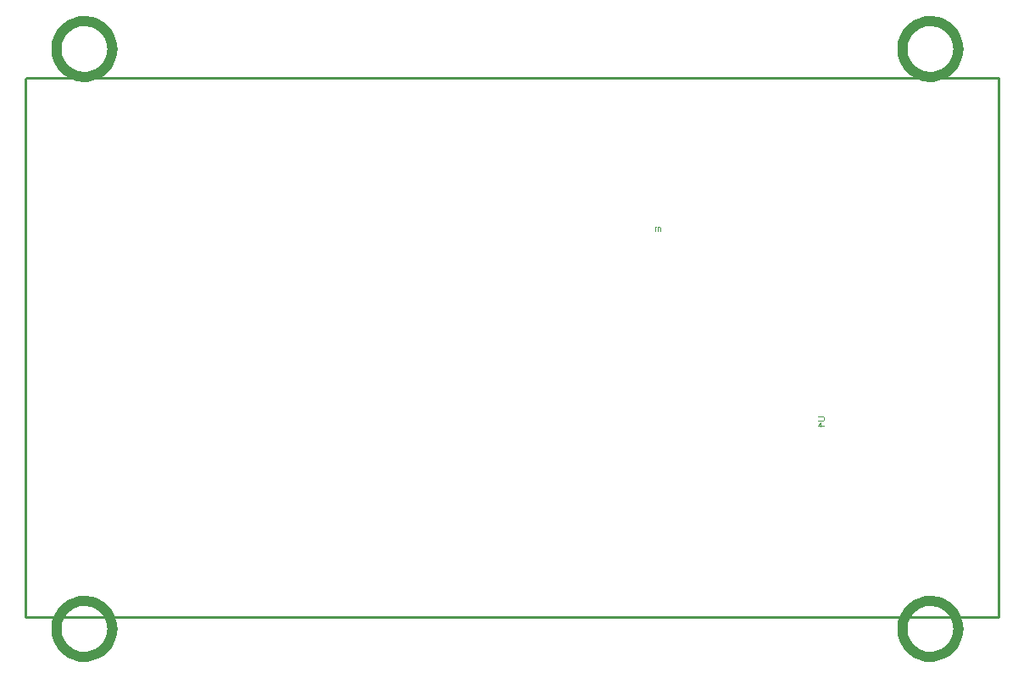
<source format=gm1>
G04*
G04 #@! TF.GenerationSoftware,Altium Limited,Altium Designer,20.2.6 (244)*
G04*
G04 Layer_Color=16711935*
%FSLAX25Y25*%
%MOIN*%
G70*
G04*
G04 #@! TF.SameCoordinates,4AA97A5E-EA8F-4A6E-9BBD-7CD435F3AC8D*
G04*
G04*
G04 #@! TF.FilePolarity,Positive*
G04*
G01*
G75*
%ADD13C,0.01000*%
%ADD15C,0.00394*%
%ADD118C,0.04000*%
%ADD119C,0.00236*%
D13*
X1012Y232760D02*
X383012D01*
Y20260D02*
Y232760D01*
X512Y20260D02*
X383012D01*
X512D02*
Y232260D01*
X1012Y232760D01*
D15*
X311958Y99400D02*
X313926D01*
X314320Y99006D01*
Y98219D01*
X313926Y97826D01*
X311958D01*
X314320Y95858D02*
X311958D01*
X313139Y97039D01*
Y95464D01*
D118*
X367299Y244094D02*
X367254Y245095D01*
X367117Y246087D01*
X366891Y247062D01*
X366578Y248013D01*
X366179Y248932D01*
X365698Y249810D01*
X365139Y250641D01*
X364507Y251418D01*
X363807Y252134D01*
X363045Y252783D01*
X362227Y253361D01*
X361360Y253861D01*
X360451Y254281D01*
X359507Y254616D01*
X358537Y254864D01*
X357549Y255023D01*
X356550Y255092D01*
X355549Y255069D01*
X354554Y254955D01*
X353573Y254751D01*
X352615Y254459D01*
X351688Y254081D01*
X350799Y253621D01*
X349956Y253081D01*
X349165Y252467D01*
X348433Y251784D01*
X347766Y251037D01*
X347170Y250232D01*
X346650Y249376D01*
X346210Y248477D01*
X345853Y247541D01*
X345583Y246577D01*
X345402Y245592D01*
X345311Y244595D01*
Y243594D01*
X345402Y242597D01*
X345583Y241612D01*
X345853Y240648D01*
X346210Y239712D01*
X346650Y238813D01*
X347170Y237957D01*
X347766Y237153D01*
X348433Y236405D01*
X349165Y235722D01*
X349956Y235108D01*
X350799Y234568D01*
X351688Y234107D01*
X352615Y233730D01*
X353573Y233438D01*
X354554Y233234D01*
X355549Y233120D01*
X356550Y233097D01*
X357549Y233166D01*
X358537Y233325D01*
X359507Y233573D01*
X360451Y233908D01*
X361360Y234328D01*
X362227Y234828D01*
X363045Y235406D01*
X363807Y236055D01*
X364507Y236771D01*
X365139Y237548D01*
X365698Y238379D01*
X366179Y239257D01*
X366578Y240176D01*
X366891Y241127D01*
X367117Y242102D01*
X367254Y243094D01*
X367299Y244094D01*
X34622Y15748D02*
X34576Y16748D01*
X34440Y17740D01*
X34214Y18716D01*
X33900Y19667D01*
X33501Y20585D01*
X33021Y21463D01*
X32462Y22294D01*
X31830Y23071D01*
X31130Y23787D01*
X30368Y24437D01*
X29550Y25014D01*
X28683Y25515D01*
X27774Y25934D01*
X26830Y26270D01*
X25860Y26518D01*
X24871Y26677D01*
X23872Y26745D01*
X22871Y26722D01*
X21877Y26609D01*
X20896Y26405D01*
X19938Y26113D01*
X19011Y25735D01*
X18122Y25274D01*
X17279Y24735D01*
X16488Y24121D01*
X15756Y23437D01*
X15089Y22690D01*
X14493Y21885D01*
X13973Y21030D01*
X13533Y20130D01*
X13176Y19195D01*
X12906Y18231D01*
X12724Y17246D01*
X12633Y16249D01*
Y15247D01*
X12724Y14250D01*
X12906Y13265D01*
X13176Y12301D01*
X13533Y11366D01*
X13973Y10466D01*
X14493Y9611D01*
X15089Y8806D01*
X15756Y8059D01*
X16488Y7375D01*
X17279Y6761D01*
X18122Y6222D01*
X19011Y5761D01*
X19938Y5383D01*
X20896Y5091D01*
X21877Y4887D01*
X22871Y4774D01*
X23872Y4751D01*
X24871Y4819D01*
X25860Y4978D01*
X26830Y5226D01*
X27774Y5562D01*
X28683Y5981D01*
X29550Y6482D01*
X30368Y7059D01*
X31130Y7709D01*
X31830Y8425D01*
X32462Y9202D01*
X33021Y10033D01*
X33501Y10911D01*
X33900Y11829D01*
X34214Y12780D01*
X34440Y13756D01*
X34576Y14748D01*
X34622Y15748D01*
X367299Y15748D02*
X367254Y16748D01*
X367117Y17740D01*
X366891Y18716D01*
X366578Y19667D01*
X366179Y20585D01*
X365698Y21463D01*
X365139Y22294D01*
X364507Y23071D01*
X363807Y23787D01*
X363045Y24437D01*
X362227Y25014D01*
X361360Y25515D01*
X360451Y25934D01*
X359507Y26270D01*
X358537Y26518D01*
X357549Y26677D01*
X356550Y26745D01*
X355549Y26722D01*
X354554Y26609D01*
X353573Y26405D01*
X352615Y26113D01*
X351688Y25735D01*
X350799Y25274D01*
X349956Y24735D01*
X349165Y24121D01*
X348433Y23437D01*
X347766Y22690D01*
X347170Y21885D01*
X346650Y21030D01*
X346210Y20130D01*
X345853Y19195D01*
X345583Y18231D01*
X345402Y17246D01*
X345311Y16249D01*
Y15247D01*
X345402Y14250D01*
X345583Y13265D01*
X345853Y12301D01*
X346210Y11366D01*
X346650Y10466D01*
X347170Y9611D01*
X347766Y8806D01*
X348433Y8059D01*
X349165Y7375D01*
X349956Y6761D01*
X350799Y6222D01*
X351688Y5761D01*
X352615Y5383D01*
X353573Y5091D01*
X354554Y4887D01*
X355549Y4774D01*
X356550Y4751D01*
X357549Y4819D01*
X358537Y4978D01*
X359507Y5226D01*
X360451Y5562D01*
X361360Y5981D01*
X362227Y6482D01*
X363045Y7059D01*
X363807Y7709D01*
X364507Y8425D01*
X365139Y9202D01*
X365698Y10033D01*
X366179Y10911D01*
X366578Y11829D01*
X366891Y12780D01*
X367117Y13756D01*
X367254Y14748D01*
X367299Y15748D01*
X34622Y244094D02*
X34576Y245095D01*
X34440Y246087D01*
X34214Y247062D01*
X33900Y248013D01*
X33501Y248932D01*
X33021Y249810D01*
X32462Y250641D01*
X31830Y251418D01*
X31130Y252134D01*
X30368Y252783D01*
X29550Y253361D01*
X28683Y253861D01*
X27774Y254281D01*
X26830Y254616D01*
X25860Y254864D01*
X24871Y255023D01*
X23872Y255092D01*
X22871Y255069D01*
X21877Y254955D01*
X20896Y254751D01*
X19938Y254459D01*
X19011Y254081D01*
X18122Y253621D01*
X17279Y253081D01*
X16488Y252467D01*
X15756Y251784D01*
X15089Y251037D01*
X14493Y250232D01*
X13973Y249376D01*
X13533Y248477D01*
X13176Y247541D01*
X12906Y246577D01*
X12724Y245592D01*
X12633Y244595D01*
Y243594D01*
X12724Y242597D01*
X12906Y241612D01*
X13176Y240648D01*
X13533Y239712D01*
X13973Y238813D01*
X14493Y237957D01*
X15089Y237153D01*
X15756Y236405D01*
X16488Y235722D01*
X17279Y235108D01*
X18122Y234568D01*
X19011Y234107D01*
X19938Y233730D01*
X20896Y233438D01*
X21877Y233234D01*
X22871Y233120D01*
X23872Y233097D01*
X24871Y233166D01*
X25860Y233325D01*
X26830Y233573D01*
X27774Y233908D01*
X28683Y234328D01*
X29550Y234828D01*
X30368Y235406D01*
X31130Y236055D01*
X31830Y236771D01*
X32462Y237548D01*
X33021Y238379D01*
X33501Y239257D01*
X33900Y240176D01*
X34214Y241127D01*
X34440Y242102D01*
X34576Y243094D01*
X34622Y244094D01*
D119*
X250025Y172513D02*
Y173825D01*
X249762Y174087D01*
X249237D01*
X248975Y173825D01*
Y172513D01*
X248450Y174087D02*
X247926D01*
X248188D01*
Y172513D01*
X248450Y172775D01*
M02*

</source>
